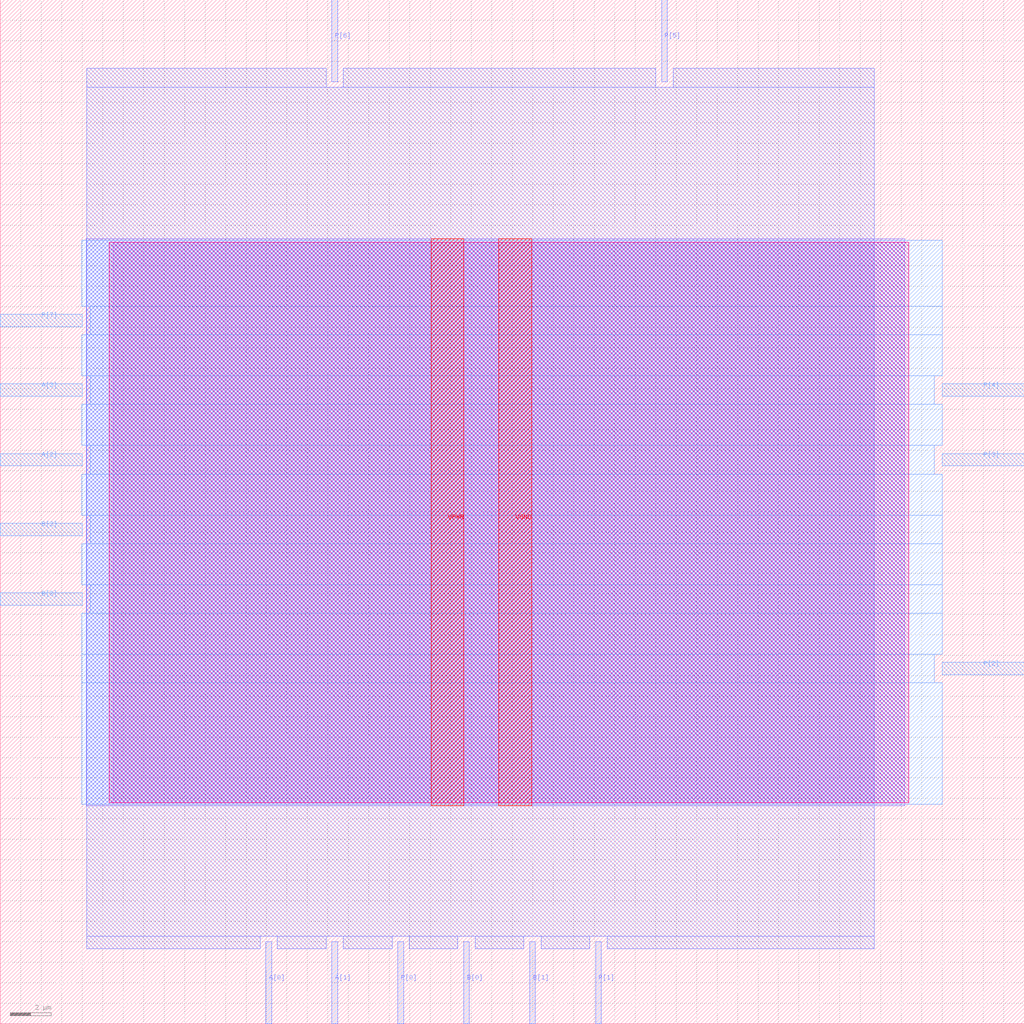
<source format=lef>
VERSION 5.7 ;
  NOWIREEXTENSIONATPIN ON ;
  DIVIDERCHAR "/" ;
  BUSBITCHARS "[]" ;
MACRO mult4_SarsaNada_e6_SARSA_RUIDO_e9_SARSA_RUIDO_e9_SARSA_RUIDO_e9
  CLASS BLOCK ;
  FOREIGN mult4_SarsaNada_e6_SARSA_RUIDO_e9_SARSA_RUIDO_e9_SARSA_RUIDO_e9 ;
  ORIGIN 0.000 0.000 ;
  SIZE 50.000 BY 50.000 ;
  PIN A[0]
    DIRECTION INPUT ;
    USE SIGNAL ;
    ANTENNAGATEAREA 0.126000 ;
    PORT
      LAYER met2 ;
        RECT 12.970 0.000 13.250 4.000 ;
    END
  END A[0]
  PIN A[1]
    DIRECTION INPUT ;
    USE SIGNAL ;
    ANTENNAGATEAREA 0.213000 ;
    PORT
      LAYER met2 ;
        RECT 16.190 0.000 16.470 4.000 ;
    END
  END A[1]
  PIN A[2]
    DIRECTION INPUT ;
    USE SIGNAL ;
    ANTENNAGATEAREA 0.126000 ;
    PORT
      LAYER met3 ;
        RECT 0.000 27.240 4.000 27.840 ;
    END
  END A[2]
  PIN A[3]
    DIRECTION INPUT ;
    USE SIGNAL ;
    ANTENNAGATEAREA 0.196500 ;
    PORT
      LAYER met3 ;
        RECT 0.000 30.640 4.000 31.240 ;
    END
  END A[3]
  PIN B[0]
    DIRECTION INPUT ;
    USE SIGNAL ;
    ANTENNAGATEAREA 0.126000 ;
    PORT
      LAYER met2 ;
        RECT 22.630 0.000 22.910 4.000 ;
    END
  END B[0]
  PIN B[1]
    DIRECTION INPUT ;
    USE SIGNAL ;
    ANTENNAGATEAREA 0.213000 ;
    PORT
      LAYER met2 ;
        RECT 25.850 0.000 26.130 4.000 ;
    END
  END B[1]
  PIN B[2]
    DIRECTION INPUT ;
    USE SIGNAL ;
    ANTENNAGATEAREA 0.196500 ;
    PORT
      LAYER met3 ;
        RECT 0.000 23.840 4.000 24.440 ;
    END
  END B[2]
  PIN B[3]
    DIRECTION INPUT ;
    USE SIGNAL ;
    ANTENNAGATEAREA 0.126000 ;
    PORT
      LAYER met3 ;
        RECT 0.000 20.440 4.000 21.040 ;
    END
  END B[3]
  PIN P[0]
    DIRECTION OUTPUT ;
    USE SIGNAL ;
    ANTENNADIFFAREA 0.445500 ;
    PORT
      LAYER met2 ;
        RECT 19.410 0.000 19.690 4.000 ;
    END
  END P[0]
  PIN P[1]
    DIRECTION OUTPUT ;
    USE SIGNAL ;
    ANTENNADIFFAREA 0.445500 ;
    PORT
      LAYER met2 ;
        RECT 29.070 0.000 29.350 4.000 ;
    END
  END P[1]
  PIN P[2]
    DIRECTION OUTPUT ;
    USE SIGNAL ;
    ANTENNADIFFAREA 0.445500 ;
    PORT
      LAYER met3 ;
        RECT 46.000 17.040 50.000 17.640 ;
    END
  END P[2]
  PIN P[3]
    DIRECTION OUTPUT ;
    USE SIGNAL ;
    ANTENNADIFFAREA 0.445500 ;
    PORT
      LAYER met3 ;
        RECT 46.000 27.240 50.000 27.840 ;
    END
  END P[3]
  PIN P[4]
    DIRECTION OUTPUT ;
    USE SIGNAL ;
    ANTENNADIFFAREA 0.445500 ;
    PORT
      LAYER met3 ;
        RECT 46.000 30.640 50.000 31.240 ;
    END
  END P[4]
  PIN P[5]
    DIRECTION OUTPUT ;
    USE SIGNAL ;
    ANTENNADIFFAREA 0.445500 ;
    PORT
      LAYER met2 ;
        RECT 32.290 46.000 32.570 50.000 ;
    END
  END P[5]
  PIN P[6]
    DIRECTION OUTPUT ;
    USE SIGNAL ;
    ANTENNADIFFAREA 0.445500 ;
    PORT
      LAYER met2 ;
        RECT 16.190 46.000 16.470 50.000 ;
    END
  END P[6]
  PIN P[7]
    DIRECTION OUTPUT ;
    USE SIGNAL ;
    ANTENNADIFFAREA 0.445500 ;
    PORT
      LAYER met3 ;
        RECT 0.000 34.040 4.000 34.640 ;
    END
  END P[7]
  PIN VGND
    DIRECTION INOUT ;
    USE GROUND ;
    PORT
      LAYER met4 ;
        RECT 24.340 10.640 25.940 38.320 ;
    END
  END VGND
  PIN VPWR
    DIRECTION INOUT ;
    USE POWER ;
    PORT
      LAYER met4 ;
        RECT 21.040 10.640 22.640 38.320 ;
    END
  END VPWR
  OBS
      LAYER nwell ;
        RECT 5.330 10.795 44.350 38.165 ;
      LAYER li1 ;
        RECT 5.520 10.795 44.160 38.165 ;
      LAYER met1 ;
        RECT 4.210 10.640 44.160 38.320 ;
      LAYER met2 ;
        RECT 4.230 45.720 15.910 46.650 ;
        RECT 16.750 45.720 32.010 46.650 ;
        RECT 32.850 45.720 42.680 46.650 ;
        RECT 4.230 4.280 42.680 45.720 ;
        RECT 4.230 3.670 12.690 4.280 ;
        RECT 13.530 3.670 15.910 4.280 ;
        RECT 16.750 3.670 19.130 4.280 ;
        RECT 19.970 3.670 22.350 4.280 ;
        RECT 23.190 3.670 25.570 4.280 ;
        RECT 26.410 3.670 28.790 4.280 ;
        RECT 29.630 3.670 42.680 4.280 ;
      LAYER met3 ;
        RECT 3.990 35.040 46.000 38.245 ;
        RECT 4.400 33.640 46.000 35.040 ;
        RECT 3.990 31.640 46.000 33.640 ;
        RECT 4.400 30.240 45.600 31.640 ;
        RECT 3.990 28.240 46.000 30.240 ;
        RECT 4.400 26.840 45.600 28.240 ;
        RECT 3.990 24.840 46.000 26.840 ;
        RECT 4.400 23.440 46.000 24.840 ;
        RECT 3.990 21.440 46.000 23.440 ;
        RECT 4.400 20.040 46.000 21.440 ;
        RECT 3.990 18.040 46.000 20.040 ;
        RECT 3.990 16.640 45.600 18.040 ;
        RECT 3.990 10.715 46.000 16.640 ;
  END
END mult4_SarsaNada_e6_SARSA_RUIDO_e9_SARSA_RUIDO_e9_SARSA_RUIDO_e9
END LIBRARY


</source>
